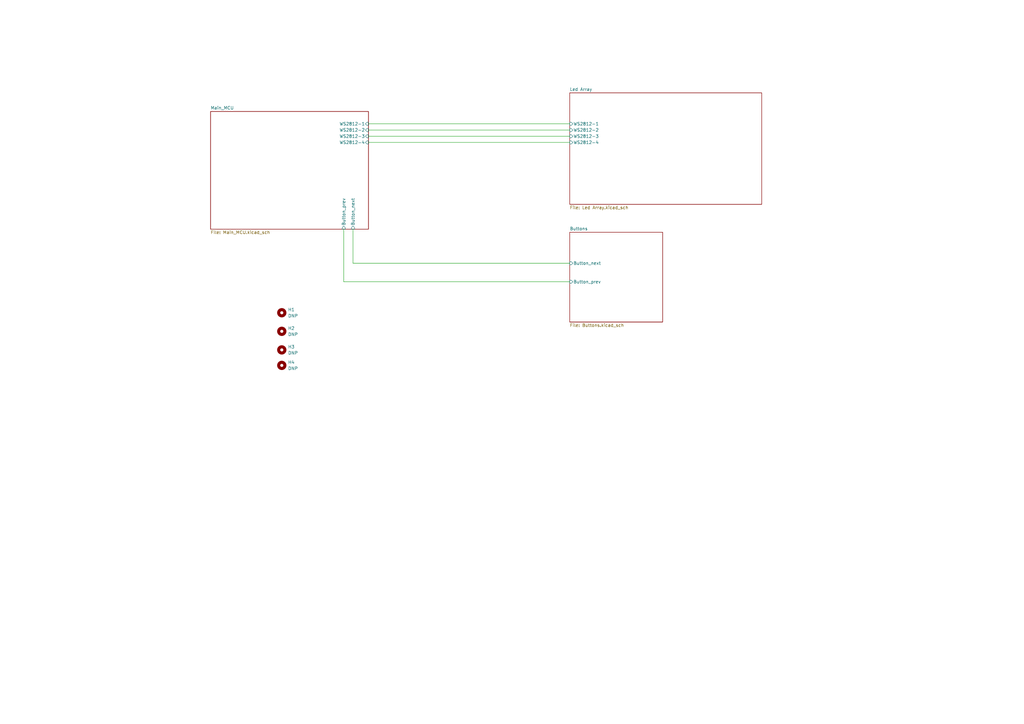
<source format=kicad_sch>
(kicad_sch (version 20231120) (generator "eeschema") (generator_version "8.0")
  (paper "A3")
  (title_block (title "KSS-E") (date "2022-09-20") (rev "REV1") (company "SmartEQ Bilisim"))
  (lib_symbols
    (symbol "Mechanical:MountingHole" (pin_names (offset 1.016))
      (property "Reference" "H" (at 0 5.08 0))
      (property "Value" "MountingHole" (at 0 3.175 0))
      (symbol "MountingHole_0_1"
        (circle (center 0 0) (radius 1.27) (stroke (width 1.27)))
      )
    )
  )
  (wire (pts (xy 144.78 107.95) (xy 233.68 107.95)))
  (wire (pts (xy 140.97 115.57) (xy 140.97 93.98)))
  (wire (pts (xy 233.68 115.57) (xy 140.97 115.57)))
  (wire (pts (xy 151.13 55.88) (xy 233.68 55.88)))
  (wire (pts (xy 151.13 53.34) (xy 233.68 53.34)))
  (wire (pts (xy 151.13 58.42) (xy 233.68 58.42)))
  (wire (pts (xy 144.78 93.98) (xy 144.78 107.95)))
  (wire (pts (xy 151.13 50.8) (xy 233.68 50.8)))
  (symbol (lib_id "Mechanical:MountingHole") (at 115.57 143.51 0) (unit 1)
    (property "Reference" "H3" (at 118.11 142.24 0) (effects (justify left)))
    (property "Value" "DNP" (at 118.11 144.78 0) (effects (justify left)))
    (property "Footprint" "MountingHole:MountingHole_3mm" (effects (hide yes)))
    (property "Description" "Mounting Hole without connection" (effects (hide yes)))
  )
  (symbol (lib_id "Mechanical:MountingHole") (at 115.57 135.89 0) (unit 1)
    (property "Reference" "H2" (at 118.11 134.62 0) (effects (justify left)))
    (property "Value" "DNP" (at 118.11 137.16 0) (effects (justify left)))
    (property "Footprint" "MountingHole:MountingHole_3mm" (effects (hide yes)))
    (property "Description" "Mounting Hole without connection" (effects (hide yes)))
  )
  (symbol (lib_id "Mechanical:MountingHole") (at 115.57 128.27 0) (unit 1)
    (property "Reference" "H1" (at 118.11 127 0) (effects (justify left)))
    (property "Value" "DNP" (at 118.11 129.54 0) (effects (justify left)))
    (property "Footprint" "MountingHole:MountingHole_3mm" (effects (hide yes)))
    (property "Description" "Mounting Hole without connection" (effects (hide yes)))
  )
  (symbol (lib_id "Mechanical:MountingHole") (at 115.57 149.86 0) (unit 1)
    (property "Reference" "H4" (at 118.11 148.59 0) (effects (justify left)))
    (property "Value" "DNP" (at 118.11 151.13 0) (effects (justify left)))
    (property "Footprint" "MountingHole:MountingHole_3mm" (effects (hide yes)))
    (property "Description" "Mounting Hole without connection" (effects (hide yes)))
  )
  (sheet (at 233.68 95.25) (size 38.1 36.83) (stroke (width 0.1524))
    (property "Sheetname" "Buttons" (at 233.68 94.5384 0) (effects (justify left bottom)))
    (property "Sheetfile" "Buttons.kicad_sch" (at 233.68 132.6646 0) (effects (justify left top)))
    (pin "Button_next" input (at 233.68 107.95 180))
    (pin "Button_prev" input (at 233.68 115.57 180))
  )
  (sheet (at 233.68 38.1) (size 78.74 45.72) (stroke (width 0.1524))
    (property "Sheetname" "Led Array" (at 233.68 37.3884 0) (effects (justify left bottom)))
    (property "Sheetfile" "Led Array.kicad_sch" (at 233.68 84.4046 0) (effects (justify left top)))
    (pin "WS2812-1" input (at 233.68 50.8 180))
    (pin "WS2812-4" input (at 233.68 58.42 180))
    (pin "WS2812-3" input (at 233.68 55.88 180))
    (pin "WS2812-2" input (at 233.68 53.34 180))
  )
  (sheet (at 86.36 45.72) (size 64.77 48.26) (stroke (width 0.1524))
    (property "Sheetname" "Main_MCU" (at 86.36 45.0084 0) (effects (justify left bottom)))
    (property "Sheetfile" "Main_MCU.kicad_sch" (at 86.36 94.5646 0) (effects (justify left top)))
    (pin "WS2812-4" input (at 151.13 58.42 0))
    (pin "Button_next" input (at 144.78 93.98 270))
    (pin "Button_prev" input (at 140.97 93.98 270))
    (pin "WS2812-1" input (at 151.13 50.8 0))
    (pin "WS2812-2" input (at 151.13 53.34 0))
    (pin "WS2812-3" input (at 151.13 55.88 0))
  )
)
</source>
